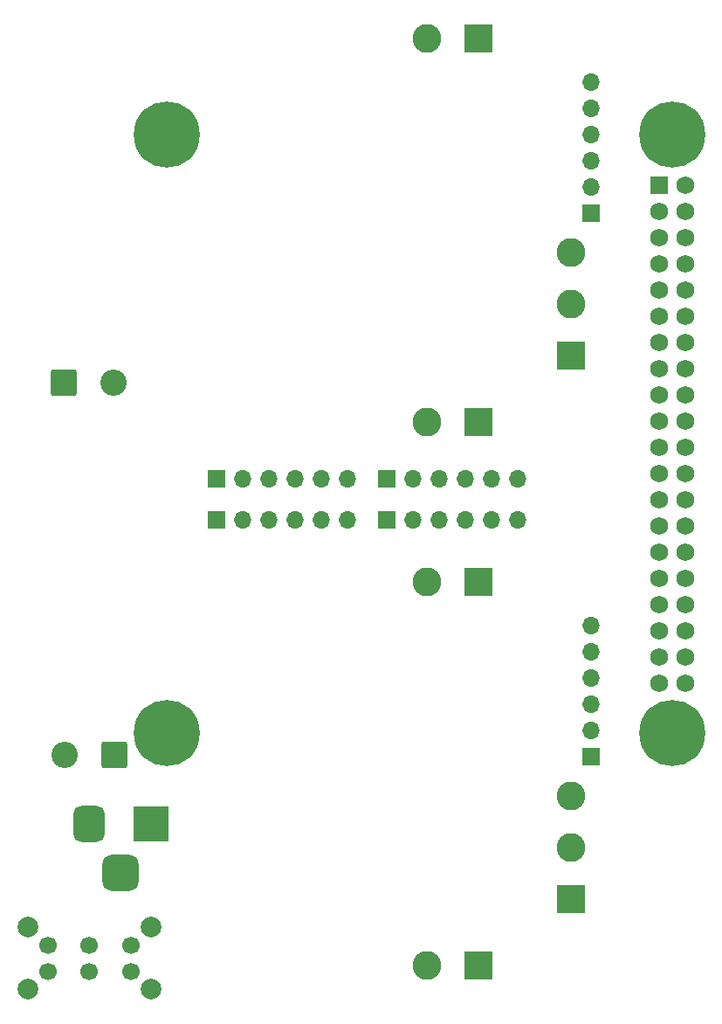
<source format=gbr>
%TF.GenerationSoftware,KiCad,Pcbnew,8.0.6-8.0.6-0~ubuntu24.04.1*%
%TF.CreationDate,2024-11-30T08:39:12+01:00*%
%TF.ProjectId,Rover,526f7665-722e-46b6-9963-61645f706362,rev?*%
%TF.SameCoordinates,Original*%
%TF.FileFunction,Soldermask,Bot*%
%TF.FilePolarity,Negative*%
%FSLAX46Y46*%
G04 Gerber Fmt 4.6, Leading zero omitted, Abs format (unit mm)*
G04 Created by KiCad (PCBNEW 8.0.6-8.0.6-0~ubuntu24.04.1) date 2024-11-30 08:39:12*
%MOMM*%
%LPD*%
G01*
G04 APERTURE LIST*
G04 Aperture macros list*
%AMRoundRect*
0 Rectangle with rounded corners*
0 $1 Rounding radius*
0 $2 $3 $4 $5 $6 $7 $8 $9 X,Y pos of 4 corners*
0 Add a 4 corners polygon primitive as box body*
4,1,4,$2,$3,$4,$5,$6,$7,$8,$9,$2,$3,0*
0 Add four circle primitives for the rounded corners*
1,1,$1+$1,$2,$3*
1,1,$1+$1,$4,$5*
1,1,$1+$1,$6,$7*
1,1,$1+$1,$8,$9*
0 Add four rect primitives between the rounded corners*
20,1,$1+$1,$2,$3,$4,$5,0*
20,1,$1+$1,$4,$5,$6,$7,0*
20,1,$1+$1,$6,$7,$8,$9,0*
20,1,$1+$1,$8,$9,$2,$3,0*%
G04 Aperture macros list end*
%ADD10R,3.500000X3.500000*%
%ADD11RoundRect,0.750000X-0.750000X-1.000000X0.750000X-1.000000X0.750000X1.000000X-0.750000X1.000000X0*%
%ADD12RoundRect,0.875000X-0.875000X-0.875000X0.875000X-0.875000X0.875000X0.875000X-0.875000X0.875000X0*%
%ADD13C,2.000000*%
%ADD14C,1.700000*%
%ADD15R,1.700000X1.700000*%
%ADD16O,1.700000X1.700000*%
%ADD17R,2.800000X2.800000*%
%ADD18C,2.800000*%
%ADD19RoundRect,0.249999X1.025001X1.025001X-1.025001X1.025001X-1.025001X-1.025001X1.025001X-1.025001X0*%
%ADD20C,2.550000*%
%ADD21RoundRect,0.102000X-0.762000X0.762000X-0.762000X-0.762000X0.762000X-0.762000X0.762000X0.762000X0*%
%ADD22C,1.728000*%
%ADD23C,6.404000*%
%ADD24RoundRect,0.249999X-1.025001X-1.025001X1.025001X-1.025001X1.025001X1.025001X-1.025001X1.025001X0*%
G04 APERTURE END LIST*
D10*
%TO.C,J3*%
X106500000Y-129000000D03*
D11*
X100500000Y-129000000D03*
D12*
X103500000Y-133700000D03*
%TD*%
D13*
%TO.C,SW1*%
X94500000Y-139000000D03*
X94500000Y-145000000D03*
X106500000Y-139000000D03*
X106500000Y-145000000D03*
D14*
X96500000Y-140750000D03*
X100500000Y-140750000D03*
X104500000Y-140750000D03*
X96500000Y-143250000D03*
X100500000Y-143250000D03*
X104500000Y-143250000D03*
%TD*%
D15*
%TO.C,U3*%
X149124578Y-122467381D03*
D16*
X149124578Y-119927381D03*
X149124578Y-117387381D03*
X149124578Y-114847381D03*
X149124578Y-112307381D03*
X149124578Y-109767381D03*
D17*
X147214578Y-136289381D03*
D18*
X147214578Y-131289381D03*
X147214578Y-126289381D03*
D17*
X138249156Y-105500000D03*
D18*
X133249156Y-105500000D03*
D17*
X138221656Y-142659029D03*
D18*
X133221656Y-142659029D03*
%TD*%
D15*
%TO.C,J5*%
X112800000Y-95500000D03*
D16*
X115340000Y-95500000D03*
X117880000Y-95500000D03*
X120420000Y-95500000D03*
X122960000Y-95500000D03*
X125500000Y-95500000D03*
%TD*%
D19*
%TO.C,J1*%
X102900000Y-122250000D03*
D20*
X98100000Y-122250000D03*
%TD*%
D15*
%TO.C,J6*%
X112800000Y-99500000D03*
D16*
X115340000Y-99500000D03*
X117880000Y-99500000D03*
X120420000Y-99500000D03*
X122960000Y-99500000D03*
X125500000Y-99500000D03*
%TD*%
D15*
%TO.C,J4*%
X129340000Y-95500000D03*
D16*
X131880000Y-95500000D03*
X134420000Y-95500000D03*
X136960000Y-95500000D03*
X139500000Y-95500000D03*
X142040000Y-95500000D03*
%TD*%
D15*
%TO.C,J7*%
X129340000Y-99500000D03*
D16*
X131880000Y-99500000D03*
X134420000Y-99500000D03*
X136960000Y-99500000D03*
X139500000Y-99500000D03*
X142040000Y-99500000D03*
%TD*%
D15*
%TO.C,U2*%
X149124578Y-69808352D03*
D16*
X149124578Y-67268352D03*
X149124578Y-64728352D03*
X149124578Y-62188352D03*
X149124578Y-59648352D03*
X149124578Y-57108352D03*
D17*
X147214578Y-83630352D03*
D18*
X147214578Y-78630352D03*
X147214578Y-73630352D03*
D17*
X138249156Y-52840971D03*
D18*
X133249156Y-52840971D03*
D17*
X138221656Y-90000000D03*
D18*
X133221656Y-90000000D03*
%TD*%
D21*
%TO.C,U1*%
X155730000Y-67060000D03*
D22*
X158270000Y-67060000D03*
X155730000Y-69600000D03*
X158270000Y-69600000D03*
X155730000Y-72140000D03*
X158270000Y-72140000D03*
X155730000Y-74680000D03*
X158270000Y-74680000D03*
X155730000Y-77220000D03*
X158270000Y-77220000D03*
X155730000Y-79760000D03*
X158270000Y-79760000D03*
X155730000Y-82300000D03*
X158270000Y-82300000D03*
X155730000Y-84840000D03*
X158270000Y-84840000D03*
X155730000Y-87380000D03*
X158270000Y-87380000D03*
X155730000Y-89920000D03*
X158270000Y-89920000D03*
X155730000Y-92460000D03*
X158270000Y-92460000D03*
X155730000Y-95000000D03*
X158270000Y-95000000D03*
X155730000Y-97540000D03*
X158270000Y-97540000D03*
X155730000Y-100080000D03*
X158270000Y-100080000D03*
X155730000Y-102620000D03*
X158270000Y-102620000D03*
X155730000Y-105160000D03*
X158270000Y-105160000D03*
X155730000Y-107700000D03*
X158270000Y-107700000D03*
X155730000Y-110240000D03*
X158270000Y-110240000D03*
X155730000Y-112780000D03*
X158270000Y-112780000D03*
X155730000Y-115320000D03*
X158270000Y-115320000D03*
D23*
X157000000Y-62190000D03*
X157000000Y-120190000D03*
X108000000Y-120190000D03*
X108000000Y-62190000D03*
%TD*%
D24*
%TO.C,J2*%
X98000000Y-86250000D03*
D20*
X102800000Y-86250000D03*
%TD*%
M02*

</source>
